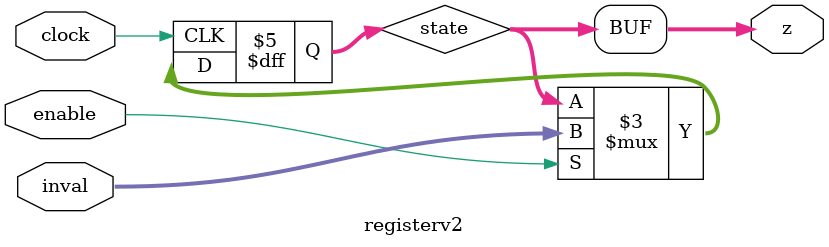
<source format=v>
module registerv2(output [1:N]z, input clock, input enable, input [1:N]inval);
    parameter N = 2;

    reg [1:N] state;

    initial
        begin
            state = 0;
        end

    always @(posedge clock)
        begin
            if(enable) state <= inval;
        end

    assign
        z = state;
endmodule //registerv2
</source>
